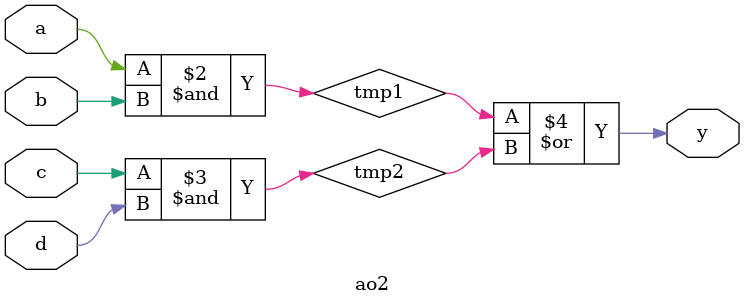
<source format=v>
/**********************************************************
*** Description: 4输入与或门逻辑
***
**********************************************************/
module ao2(y, a, b, c, d);
    output y;
    input a, b, c, d;
    reg y, tmp1, tmp2;

    always @(a or b or c or d) begin
        tmp1 = a & b;
        tmp2 = c & d;
        y = tmp1 | tmp2;
    end
endmodule
</source>
